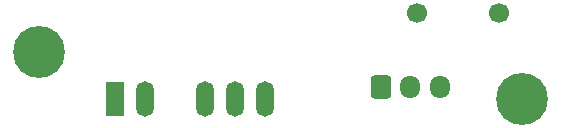
<source format=gbs>
G04 #@! TF.GenerationSoftware,KiCad,Pcbnew,6.0.4-6f826c9f35~116~ubuntu18.04.1*
G04 #@! TF.CreationDate,2022-04-21T19:50:10+02:00*
G04 #@! TF.ProjectId,PSU_DCDC_1,5053555f-4443-4444-935f-312e6b696361,rev?*
G04 #@! TF.SameCoordinates,Original*
G04 #@! TF.FileFunction,Soldermask,Bot*
G04 #@! TF.FilePolarity,Negative*
%FSLAX46Y46*%
G04 Gerber Fmt 4.6, Leading zero omitted, Abs format (unit mm)*
G04 Created by KiCad (PCBNEW 6.0.4-6f826c9f35~116~ubuntu18.04.1) date 2022-04-21 19:50:10*
%MOMM*%
%LPD*%
G01*
G04 APERTURE LIST*
G04 Aperture macros list*
%AMRoundRect*
0 Rectangle with rounded corners*
0 $1 Rounding radius*
0 $2 $3 $4 $5 $6 $7 $8 $9 X,Y pos of 4 corners*
0 Add a 4 corners polygon primitive as box body*
4,1,4,$2,$3,$4,$5,$6,$7,$8,$9,$2,$3,0*
0 Add four circle primitives for the rounded corners*
1,1,$1+$1,$2,$3*
1,1,$1+$1,$4,$5*
1,1,$1+$1,$6,$7*
1,1,$1+$1,$8,$9*
0 Add four rect primitives between the rounded corners*
20,1,$1+$1,$2,$3,$4,$5,0*
20,1,$1+$1,$4,$5,$6,$7,0*
20,1,$1+$1,$6,$7,$8,$9,0*
20,1,$1+$1,$8,$9,$2,$3,0*%
G04 Aperture macros list end*
%ADD10R,1.500000X3.000000*%
%ADD11O,1.500000X3.000000*%
%ADD12C,1.700000*%
%ADD13C,0.700000*%
%ADD14C,4.400000*%
%ADD15RoundRect,0.250000X-0.600000X-0.725000X0.600000X-0.725000X0.600000X0.725000X-0.600000X0.725000X0*%
%ADD16O,1.700000X1.950000*%
G04 APERTURE END LIST*
D10*
G04 #@! TO.C,PS1*
X133377500Y-104000000D03*
D11*
X135917500Y-104000000D03*
X140997500Y-104000000D03*
X143537500Y-104000000D03*
X146077500Y-104000000D03*
G04 #@! TD*
D12*
G04 #@! TO.C,J1*
X158950000Y-96700000D03*
X165950000Y-96700000D03*
G04 #@! TD*
D13*
G04 #@! TO.C,REF\u002A\u002A*
X128166726Y-101166726D03*
X125833274Y-98833274D03*
X128166726Y-98833274D03*
X125833274Y-101166726D03*
X128650000Y-100000000D03*
D14*
X127000000Y-100000000D03*
D13*
X127000000Y-98350000D03*
X125350000Y-100000000D03*
X127000000Y-101650000D03*
G04 #@! TD*
D15*
G04 #@! TO.C,J3*
X155900000Y-103000000D03*
D16*
X158400000Y-103000000D03*
X160900000Y-103000000D03*
G04 #@! TD*
D13*
G04 #@! TO.C,REF\u002A\u002A*
X169066726Y-105166726D03*
X169066726Y-102833274D03*
X169550000Y-104000000D03*
X167900000Y-102350000D03*
D14*
X167900000Y-104000000D03*
D13*
X166733274Y-105166726D03*
X166250000Y-104000000D03*
X166733274Y-102833274D03*
X167900000Y-105650000D03*
G04 #@! TD*
M02*

</source>
